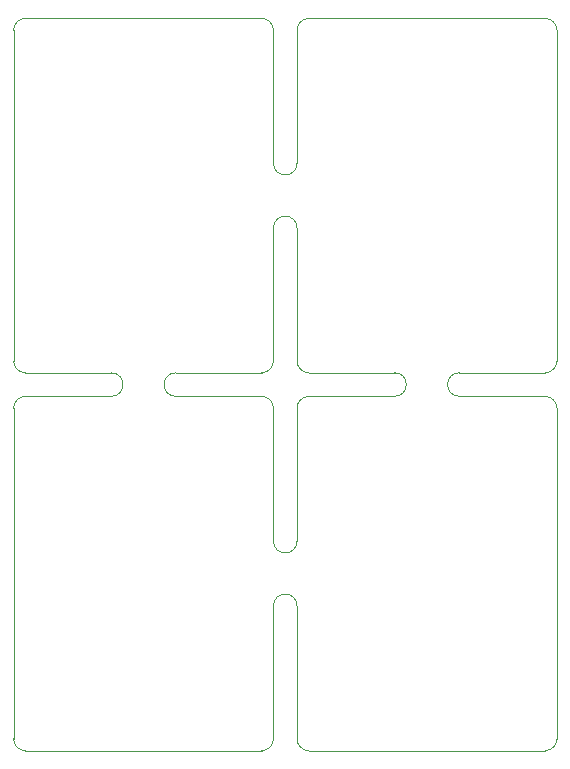
<source format=gbr>
G04 #@! TF.GenerationSoftware,KiCad,Pcbnew,5.0.2-bee76a0~70~ubuntu18.04.1*
G04 #@! TF.CreationDate,2019-07-19T10:53:47+02:00*
G04 #@! TF.ProjectId,AutoGardener_Outdoor_panel,4175746f-4761-4726-9465-6e65725f4f75,rev?*
G04 #@! TF.SameCoordinates,Original*
G04 #@! TF.FileFunction,Profile,NP*
%FSLAX46Y46*%
G04 Gerber Fmt 4.6, Leading zero omitted, Abs format (unit mm)*
G04 Created by KiCad (PCBNEW 5.0.2-bee76a0~70~ubuntu18.04.1) date Fri 19 Jul 2019 10:53:47 CEST*
%MOMM*%
%LPD*%
G01*
G04 APERTURE LIST*
%ADD10C,0.001000*%
G04 APERTURE END LIST*
D10*
X205000000Y-118000000D02*
X225000000Y-118000000D01*
X181000000Y-118000000D02*
X201000000Y-118000000D01*
X226000000Y-89000000D02*
X226000000Y-117000000D01*
X226000000Y-57000000D02*
X226000000Y-85000000D01*
X201000000Y-86000000D02*
G75*
G03X202000000Y-85000000I0J1000000D01*
G01*
X204000000Y-73750000D02*
X204000000Y-85000000D01*
X193750000Y-86000000D02*
G75*
G03X193750000Y-88000000I0J-1000000D01*
G01*
X212250000Y-86000000D02*
X205000000Y-86000000D01*
X181000000Y-86000000D02*
G75*
G02X180000000Y-85000000I0J1000000D01*
G01*
X205000000Y-86000000D02*
G75*
G02X204000000Y-85000000I0J1000000D01*
G01*
X202000000Y-73750000D02*
X202000000Y-85000000D01*
X205000000Y-56000000D02*
G75*
G03X204000000Y-57000000I0J-1000000D01*
G01*
X225000000Y-88000000D02*
X217750000Y-88000000D01*
X188250000Y-86000000D02*
X181000000Y-86000000D01*
X204000000Y-68250000D02*
G75*
G02X202000000Y-68250000I-1000000J0D01*
G01*
X188250000Y-86000000D02*
G75*
G02X188250000Y-88000000I0J-1000000D01*
G01*
X204000000Y-68250000D02*
X204000000Y-57000000D01*
X212250000Y-86000000D02*
G75*
G02X212250000Y-88000000I0J-1000000D01*
G01*
X202000000Y-73750000D02*
G75*
G02X204000000Y-73750000I1000000J0D01*
G01*
X217750000Y-86000000D02*
X225000000Y-86000000D01*
X201000000Y-56000000D02*
G75*
G02X202000000Y-57000000I0J-1000000D01*
G01*
X193750000Y-86000000D02*
X201000000Y-86000000D01*
X180000000Y-85000000D02*
X180000000Y-57000000D01*
X201000000Y-88000000D02*
X193750000Y-88000000D01*
X181000000Y-56000000D02*
G75*
G03X180000000Y-57000000I0J-1000000D01*
G01*
X202000000Y-68250000D02*
X202000000Y-57000000D01*
X181000000Y-88000000D02*
X188250000Y-88000000D01*
X204000000Y-73750000D02*
G75*
G03X202000000Y-73750000I-1000000J0D01*
G01*
X202000000Y-73750000D02*
X202000000Y-85000000D01*
X225000000Y-56000000D02*
G75*
G02X226000000Y-57000000I0J-1000000D01*
G01*
X201000000Y-56000000D02*
X181000000Y-56000000D01*
X202000000Y-68250000D02*
G75*
G03X204000000Y-68250000I1000000J0D01*
G01*
X202000000Y-68250000D02*
X202000000Y-57000000D01*
X204000000Y-68250000D02*
X204000000Y-57000000D01*
X204000000Y-73750000D02*
X204000000Y-85000000D01*
X225000000Y-56000000D02*
X205000000Y-56000000D01*
X205000000Y-88000000D02*
X212250000Y-88000000D01*
X217750000Y-86000000D02*
G75*
G03X217750000Y-88000000I0J-1000000D01*
G01*
X225000000Y-86000000D02*
G75*
G03X226000000Y-85000000I0J1000000D01*
G01*
X201000000Y-118000000D02*
G75*
G03X202000000Y-117000000I0J1000000D01*
G01*
X204000000Y-105750000D02*
X204000000Y-117000000D01*
X181000000Y-118000000D02*
G75*
G02X180000000Y-117000000I0J1000000D01*
G01*
X205000000Y-118000000D02*
G75*
G02X204000000Y-117000000I0J1000000D01*
G01*
X202000000Y-105750000D02*
X202000000Y-117000000D01*
X201000000Y-86000000D02*
X193750000Y-86000000D01*
X205000000Y-88000000D02*
G75*
G03X204000000Y-89000000I0J-1000000D01*
G01*
X217750000Y-88000000D02*
G75*
G02X217750000Y-86000000I0J1000000D01*
G01*
X204000000Y-100250000D02*
G75*
G02X202000000Y-100250000I-1000000J0D01*
G01*
X204000000Y-100250000D02*
X204000000Y-89000000D01*
X180000000Y-89000000D02*
X180000000Y-117000000D01*
X202000000Y-105750000D02*
G75*
G02X204000000Y-105750000I1000000J0D01*
G01*
X212250000Y-88000000D02*
G75*
G03X212250000Y-86000000I0J1000000D01*
G01*
X201000000Y-88000000D02*
G75*
G02X202000000Y-89000000I0J-1000000D01*
G01*
X181000000Y-88000000D02*
G75*
G03X180000000Y-89000000I0J-1000000D01*
G01*
X202000000Y-100250000D02*
X202000000Y-89000000D01*
X204000000Y-105750000D02*
G75*
G03X202000000Y-105750000I-1000000J0D01*
G01*
X193750000Y-88000000D02*
X201000000Y-88000000D01*
X202000000Y-105750000D02*
X202000000Y-117000000D01*
X225000000Y-88000000D02*
G75*
G02X226000000Y-89000000I0J-1000000D01*
G01*
X188250000Y-88000000D02*
G75*
G03X188250000Y-86000000I0J1000000D01*
G01*
X188250000Y-88000000D02*
X181000000Y-88000000D01*
X202000000Y-100250000D02*
G75*
G03X204000000Y-100250000I1000000J0D01*
G01*
X217750000Y-88000000D02*
X225000000Y-88000000D01*
X202000000Y-100250000D02*
X202000000Y-89000000D01*
X181000000Y-86000000D02*
X188250000Y-86000000D01*
X205000000Y-86000000D02*
X212250000Y-86000000D01*
X204000000Y-100250000D02*
X204000000Y-89000000D01*
X193750000Y-88000000D02*
G75*
G02X193750000Y-86000000I0J1000000D01*
G01*
X204000000Y-105750000D02*
X204000000Y-117000000D01*
X212250000Y-88000000D02*
X205000000Y-88000000D01*
X225000000Y-118000000D02*
G75*
G03X226000000Y-117000000I0J1000000D01*
G01*
X225000000Y-86000000D02*
X217750000Y-86000000D01*
M02*

</source>
